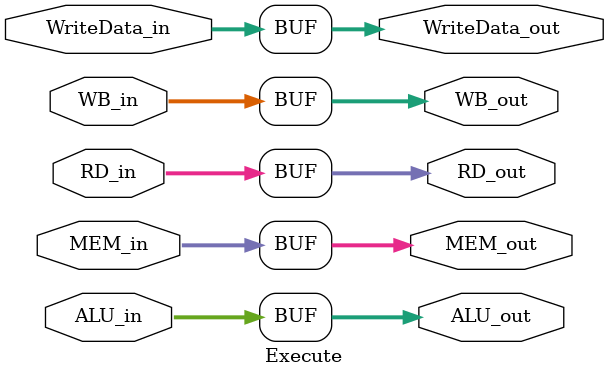
<source format=v>
/* Pipeline Stage 3 */

`ifndef __EXECUTE_V__
`define __EXECUTE_V__

module Execute (
	//input wire clk,
	input wire [1:0] WB_in,
	input wire [2:0] MEM_in,
	input wire [4:0] RD_in,
	input wire [31:0] ALU_in,
	input wire [31:0] WriteData_in,
	output reg [1:0] WB_out,
	output reg [2:0] MEM_out,
	output reg [4:0] RD_out,
	output reg [31:0] ALU_out,
	output reg [31:0] WriteData_out
	);

	initial
	begin
		WB_out = 0;
		MEM_out = 0;
		RD_out = 0;
		ALU_out = 0;
	end

	//always @ (posedge clk)
	always @ (*)
	begin
		WB_out <= WB_in;
		MEM_out <= MEM_in;
		RD_out <= RD_in;
		ALU_out <= ALU_in;
		WriteData_out <= WriteData_in;
	end

endmodule

`endif /*__EXECUTE_V__*/

</source>
